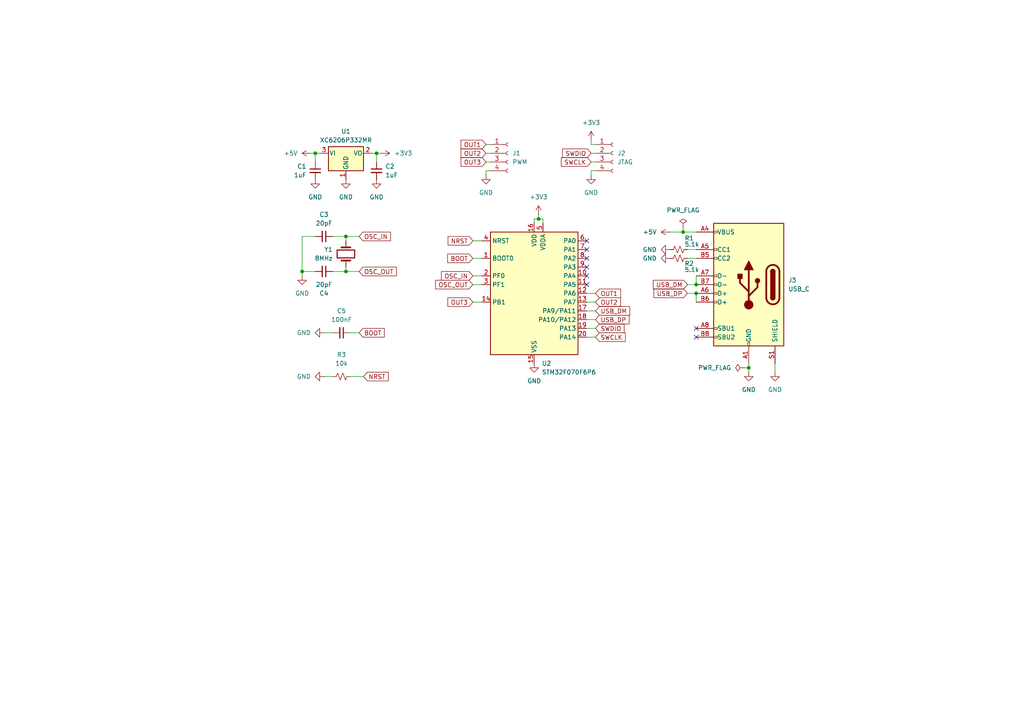
<source format=kicad_sch>
(kicad_sch (version 20231120) (generator "eeschema") (generator_version "8.0")
  (paper "A4")
  (lib_symbols
    (symbol "Connector:Conn_01x04_Socket" (pin_names (offset 1.016) hide)
      (property "Reference" "J" (at 0 5.08 0))
      (property "Value" "Conn_01x04_Socket" (at 0 -7.62 0))
      (symbol "Conn_01x04_Socket_1_1"
        (arc (start 0 -4.572) (mid -0.5058 -5.08) (end 0 -5.588) (stroke (width 0.1524)))
        (arc (start 0 -2.032) (mid -0.5058 -2.54) (end 0 -3.048) (stroke (width 0.1524)))
        (polyline (pts (xy -1.27 -5.08) (xy -0.508 -5.08)) (stroke (width 0.1524)))
        (polyline (pts (xy -1.27 -2.54) (xy -0.508 -2.54)) (stroke (width 0.1524)))
        (polyline (pts (xy -1.27 0) (xy -0.508 0)) (stroke (width 0.1524)))
        (polyline (pts (xy -1.27 2.54) (xy -0.508 2.54)) (stroke (width 0.1524)))
        (arc (start 0 0.508) (mid -0.5058 0) (end 0 -0.508) (stroke (width 0.1524)))
        (arc (start 0 3.048) (mid -0.5058 2.54) (end 0 2.032) (stroke (width 0.1524)))
        (pin passive line (at -5.08 2.54 0) (length 3.81) (name "Pin_1") (number "1"))
        (pin passive line (at -5.08 0 0) (length 3.81) (name "Pin_2") (number "2"))
        (pin passive line (at -5.08 -2.54 0) (length 3.81) (name "Pin_3") (number "3"))
        (pin passive line (at -5.08 -5.08 0) (length 3.81) (name "Pin_4") (number "4"))
      )
    )
    (symbol "Connector:USB_C_Receptacle_USB2.0_16P" (pin_names (offset 1.016))
      (property "Reference" "J" (at 0 22.225 0))
      (property "Value" "USB_C_Receptacle_USB2.0_16P" (at 0 19.685 0))
      (symbol "USB_C_Receptacle_USB2.0_16P_0_0"
        (rectangle (start -0.254 -17.78) (end 0.254 -16.764))
        (rectangle (start 10.16 -14.986) (end 9.144 -15.494))
        (rectangle (start 10.16 -12.446) (end 9.144 -12.954))
        (rectangle (start 10.16 -4.826) (end 9.144 -5.334))
        (rectangle (start 10.16 -2.286) (end 9.144 -2.794))
        (rectangle (start 10.16 0.254) (end 9.144 -0.254))
        (rectangle (start 10.16 2.794) (end 9.144 2.286))
        (rectangle (start 10.16 7.874) (end 9.144 7.366))
        (rectangle (start 10.16 10.414) (end 9.144 9.906))
        (rectangle (start 10.16 15.494) (end 9.144 14.986))
      )
      (symbol "USB_C_Receptacle_USB2.0_16P_0_1"
        (rectangle (start -10.16 17.78) (end 10.16 -17.78) (stroke (width 0.254)) (fill (type background)))
        (arc (start -8.89 -3.81) (mid -6.985 -5.7067) (end -5.08 -3.81) (stroke (width 0.508)))
        (arc (start -7.62 -3.81) (mid -6.985 -4.4423) (end -6.35 -3.81) (stroke (width 0.254)))
        (arc (start -7.62 -3.81) (mid -6.985 -4.4423) (end -6.35 -3.81) (stroke (width 0.254)) (fill (type outline)))
        (rectangle (start -7.62 -3.81) (end -6.35 3.81) (stroke (width 0.254)) (fill (type outline)))
        (arc (start -6.35 3.81) (mid -6.985 4.4423) (end -7.62 3.81) (stroke (width 0.254)))
        (arc (start -6.35 3.81) (mid -6.985 4.4423) (end -7.62 3.81) (stroke (width 0.254)) (fill (type outline)))
        (arc (start -5.08 3.81) (mid -6.985 5.7067) (end -8.89 3.81) (stroke (width 0.508)))
        (circle (center -2.54 1.143) (radius 0.635) (stroke (width 0.254)) (fill (type outline)))
        (circle (center 0 -5.842) (radius 1.27) (fill (type outline)))
        (polyline (pts (xy -8.89 -3.81) (xy -8.89 3.81)) (stroke (width 0.508)))
        (polyline (pts (xy -5.08 3.81) (xy -5.08 -3.81)) (stroke (width 0.508)))
        (polyline (pts (xy 0 -5.842) (xy 0 4.318)) (stroke (width 0.508)))
        (polyline (pts (xy 0 -3.302) (xy -2.54 -0.762) (xy -2.54 0.508)) (stroke (width 0.508)))
        (polyline (pts (xy 0 -2.032) (xy 2.54 0.508) (xy 2.54 1.778)) (stroke (width 0.508)))
        (polyline (pts (xy -1.27 4.318) (xy 0 6.858) (xy 1.27 4.318) (xy -1.27 4.318)) (stroke (width 0.254)) (fill (type outline)))
        (rectangle (start 1.905 1.778) (end 3.175 3.048) (stroke (width 0.254)) (fill (type outline)))
      )
      (symbol "USB_C_Receptacle_USB2.0_16P_1_1"
        (pin passive line (at 0 -22.86 90) (length 5.08) (name "GND") (number "A1"))
        (pin passive line (at 0 -22.86 90) (length 5.08) hide (name "GND") (number "A12"))
        (pin passive line (at 15.24 15.24 180) (length 5.08) (name "VBUS") (number "A4"))
        (pin bidirectional line (at 15.24 10.16 180) (length 5.08) (name "CC1") (number "A5"))
        (pin bidirectional line (at 15.24 -2.54 180) (length 5.08) (name "D+") (number "A6"))
        (pin bidirectional line (at 15.24 2.54 180) (length 5.08) (name "D-") (number "A7"))
        (pin bidirectional line (at 15.24 -12.7 180) (length 5.08) (name "SBU1") (number "A8"))
        (pin passive line (at 15.24 15.24 180) (length 5.08) hide (name "VBUS") (number "A9"))
        (pin passive line (at 0 -22.86 90) (length 5.08) hide (name "GND") (number "B1"))
        (pin passive line (at 0 -22.86 90) (length 5.08) hide (name "GND") (number "B12"))
        (pin passive line (at 15.24 15.24 180) (length 5.08) hide (name "VBUS") (number "B4"))
        (pin bidirectional line (at 15.24 7.62 180) (length 5.08) (name "CC2") (number "B5"))
        (pin bidirectional line (at 15.24 -5.08 180) (length 5.08) (name "D+") (number "B6"))
        (pin bidirectional line (at 15.24 0 180) (length 5.08) (name "D-") (number "B7"))
        (pin bidirectional line (at 15.24 -15.24 180) (length 5.08) (name "SBU2") (number "B8"))
        (pin passive line (at 15.24 15.24 180) (length 5.08) hide (name "VBUS") (number "B9"))
        (pin passive line (at -7.62 -22.86 90) (length 5.08) (name "SHIELD") (number "S1"))
      )
    )
    (symbol "Device:C_Small" (pin_numbers hide) (pin_names (offset 0.254) hide)
      (property "Reference" "C" (at 0.254 1.778 0))
      (property "Value" "C_Small" (at 0.254 -2.032 0))
      (symbol "C_Small_0_1"
        (polyline (pts (xy -1.524 -0.508) (xy 1.524 -0.508)) (stroke (width 0.3302)))
        (polyline (pts (xy -1.524 0.508) (xy 1.524 0.508)) (stroke (width 0.3048)))
      )
      (symbol "C_Small_1_1"
        (pin passive line (at 0 2.54 270) (length 2.032) (name "~") (number "1"))
        (pin passive line (at 0 -2.54 90) (length 2.032) (name "~") (number "2"))
      )
    )
    (symbol "Device:Crystal" (pin_numbers hide) (pin_names (offset 1.016) hide)
      (property "Reference" "Y" (at 0 3.81 0))
      (property "Value" "Crystal" (at 0 -3.81 0))
      (symbol "Crystal_0_1"
        (rectangle (start -1.143 2.54) (end 1.143 -2.54) (stroke (width 0.3048)))
        (polyline (pts (xy -2.54 0) (xy -1.905 0)))
        (polyline (pts (xy -1.905 -1.27) (xy -1.905 1.27)) (stroke (width 0.508)))
        (polyline (pts (xy 1.905 -1.27) (xy 1.905 1.27)) (stroke (width 0.508)))
        (polyline (pts (xy 2.54 0) (xy 1.905 0)))
      )
      (symbol "Crystal_1_1"
        (pin passive line (at -3.81 0 0) (length 1.27) (name "1") (number "1"))
        (pin passive line (at 3.81 0 180) (length 1.27) (name "2") (number "2"))
      )
    )
    (symbol "Device:R_Small_US" (pin_numbers hide) (pin_names (offset 0.254) hide)
      (property "Reference" "R" (at 0.762 0.508 0))
      (property "Value" "R_Small_US" (at 0.762 -1.016 0))
      (symbol "R_Small_US_1_1"
        (polyline (pts (xy 0 0) (xy 1.016 -0.381) (xy 0 -0.762) (xy -1.016 -1.143) (xy 0 -1.524)))
        (polyline (pts (xy 0 1.524) (xy 1.016 1.143) (xy 0 0.762) (xy -1.016 0.381) (xy 0 0)))
        (pin passive line (at 0 2.54 270) (length 1.016) (name "~") (number "1"))
        (pin passive line (at 0 -2.54 90) (length 1.016) (name "~") (number "2"))
      )
    )
    (symbol "MCU_ST_STM32F0:STM32F070F6Px"
      (property "Reference" "U" (at -12.7 19.05 0))
      (property "Value" "STM32F070F6Px" (at 5.08 19.05 0))
      (symbol "STM32F070F6Px_0_1"
        (rectangle (start -12.7 -17.78) (end 12.7 17.78) (stroke (width 0.254)) (fill (type background)))
      )
      (symbol "STM32F070F6Px_1_1"
        (pin input line (at -15.24 10.16 0) (length 2.54) (name "BOOT0") (number "1"))
        (pin bidirectional line (at 15.24 5.08 180) (length 2.54) (name "PA4") (number "10"))
        (pin bidirectional line (at 15.24 2.54 180) (length 2.54) (name "PA5") (number "11"))
        (pin bidirectional line (at 15.24 0 180) (length 2.54) (name "PA6") (number "12"))
        (pin bidirectional line (at 15.24 -2.54 180) (length 2.54) (name "PA7") (number "13"))
        (pin bidirectional line (at -15.24 -2.54 0) (length 2.54) (name "PB1") (number "14"))
        (pin power_in line (at 0 -20.32 90) (length 2.54) (name "VSS") (number "15"))
        (pin power_in line (at 0 20.32 270) (length 2.54) (name "VDD") (number "16"))
        (pin bidirectional line (at 15.24 -5.08 180) (length 2.54) (name "PA9/PA11") (number "17"))
        (pin bidirectional line (at 15.24 -7.62 180) (length 2.54) (name "PA10/PA12") (number "18"))
        (pin bidirectional line (at 15.24 -10.16 180) (length 2.54) (name "PA13") (number "19"))
        (pin bidirectional line (at -15.24 5.08 0) (length 2.54) (name "PF0") (number "2"))
        (pin bidirectional line (at 15.24 -12.7 180) (length 2.54) (name "PA14") (number "20"))
        (pin bidirectional line (at -15.24 2.54 0) (length 2.54) (name "PF1") (number "3"))
        (pin input line (at -15.24 15.24 0) (length 2.54) (name "NRST") (number "4"))
        (pin power_in line (at 2.54 20.32 270) (length 2.54) (name "VDDA") (number "5"))
        (pin bidirectional line (at 15.24 15.24 180) (length 2.54) (name "PA0") (number "6"))
        (pin bidirectional line (at 15.24 12.7 180) (length 2.54) (name "PA1") (number "7"))
        (pin bidirectional line (at 15.24 10.16 180) (length 2.54) (name "PA2") (number "8"))
        (pin bidirectional line (at 15.24 7.62 180) (length 2.54) (name "PA3") (number "9"))
      )
    )
    (symbol "Regulator_Linear:XC6206PxxxMR" (pin_names (offset 0.254))
      (property "Reference" "U" (at -3.81 3.175 0))
      (property "Value" "XC6206PxxxMR" (at 0 3.175 0))
      (symbol "XC6206PxxxMR_0_1"
        (rectangle (start -5.08 1.905) (end 5.08 -5.08) (stroke (width 0.254)) (fill (type background)))
      )
      (symbol "XC6206PxxxMR_1_1"
        (pin power_in line (at 0 -7.62 90) (length 2.54) (name "GND") (number "1"))
        (pin power_out line (at 7.62 0 180) (length 2.54) (name "VO") (number "2"))
        (pin power_in line (at -7.62 0 0) (length 2.54) (name "VI") (number "3"))
      )
    )
    (symbol "power:+3V3" (power) (pin_numbers hide) (pin_names (offset 0) hide)
      (property "Value" "+3V3" (at 0 3.556 0))
      (symbol "+3V3_0_1"
        (polyline (pts (xy -0.762 1.27) (xy 0 2.54)))
        (polyline (pts (xy 0 0) (xy 0 2.54)))
        (polyline (pts (xy 0 2.54) (xy 0.762 1.27)))
      )
      (symbol "+3V3_1_1"
        (pin power_in line (at 0 0 90) (length 0) (name "~") (number "1"))
      )
    )
    (symbol "power:+5V" (power) (pin_numbers hide) (pin_names (offset 0) hide)
      (property "Value" "+5V" (at 0 3.556 0))
      (symbol "+5V_0_1"
        (polyline (pts (xy -0.762 1.27) (xy 0 2.54)))
        (polyline (pts (xy 0 0) (xy 0 2.54)))
        (polyline (pts (xy 0 2.54) (xy 0.762 1.27)))
      )
      (symbol "+5V_1_1"
        (pin power_in line (at 0 0 90) (length 0) (name "~") (number "1"))
      )
    )
    (symbol "power:GND" (power) (pin_numbers hide) (pin_names (offset 0) hide)
      (property "Value" "GND" (at 0 -3.81 0))
      (symbol "GND_0_1"
        (polyline (pts (xy 0 0) (xy 0 -1.27) (xy 1.27 -1.27) (xy 0 -2.54) (xy -1.27 -1.27) (xy 0 -1.27)))
      )
      (symbol "GND_1_1"
        (pin power_in line (at 0 0 270) (length 0) (name "~") (number "1"))
      )
    )
    (symbol "power:PWR_FLAG" (power) (pin_numbers hide) (pin_names (offset 0) hide)
      (property "Value" "PWR_FLAG" (at 0 3.81 0))
      (symbol "PWR_FLAG_0_0"
        (pin power_out line (at 0 0 90) (length 0) (name "~") (number "1"))
      )
      (symbol "PWR_FLAG_0_1"
        (polyline (pts (xy 0 0) (xy 0 1.27) (xy -1.016 1.905) (xy 0 2.54) (xy 1.016 1.905) (xy 0 1.27)))
      )
    )
  )
  (junction (at 201.93 82.55))
  (junction (at 91.44 44.45))
  (junction (at 201.93 85.09))
  (junction (at 217.17 106.68))
  (junction (at 100.33 78.74))
  (junction (at 100.33 68.58))
  (junction (at 109.22 44.45))
  (junction (at 156.21 63.5))
  (junction (at 198.12 67.31))
  (junction (at 87.63 78.74))
  (no_connect (at 170.18 69.85))
  (no_connect (at 170.18 72.39))
  (no_connect (at 170.18 80.01))
  (no_connect (at 170.18 74.93))
  (no_connect (at 201.93 97.79))
  (no_connect (at 170.18 82.55))
  (no_connect (at 170.18 77.47))
  (no_connect (at 201.93 95.25))
  (wire (pts (xy 198.12 66.04) (xy 198.12 67.31)))
  (wire (pts (xy 156.21 62.23) (xy 156.21 63.5)))
  (wire (pts (xy 199.39 82.55) (xy 201.93 82.55)))
  (wire (pts (xy 171.45 41.91) (xy 172.72 41.91)))
  (wire (pts (xy 154.94 63.5) (xy 154.94 64.77)))
  (wire (pts (xy 140.97 41.91) (xy 142.24 41.91)))
  (wire (pts (xy 137.16 74.93) (xy 139.7 74.93)))
  (wire (pts (xy 156.21 63.5) (xy 157.48 63.5)))
  (wire (pts (xy 157.48 63.5) (xy 157.48 64.77)))
  (wire (pts (xy 104.14 96.52) (xy 101.6 96.52)))
  (wire (pts (xy 217.17 106.68) (xy 217.17 105.41)))
  (wire (pts (xy 137.16 87.63) (xy 139.7 87.63)))
  (wire (pts (xy 140.97 49.53) (xy 142.24 49.53)))
  (wire (pts (xy 201.93 80.01) (xy 201.93 82.55)))
  (wire (pts (xy 91.44 44.45) (xy 91.44 46.99)))
  (wire (pts (xy 100.33 78.74) (xy 104.14 78.74)))
  (wire (pts (xy 140.97 50.8) (xy 140.97 49.53)))
  (wire (pts (xy 96.52 68.58) (xy 100.33 68.58)))
  (wire (pts (xy 100.33 77.47) (xy 100.33 78.74)))
  (wire (pts (xy 172.72 97.79) (xy 170.18 97.79)))
  (wire (pts (xy 140.97 44.45) (xy 142.24 44.45)))
  (wire (pts (xy 107.95 44.45) (xy 109.22 44.45)))
  (wire (pts (xy 224.79 107.95) (xy 224.79 105.41)))
  (wire (pts (xy 87.63 78.74) (xy 91.44 78.74)))
  (wire (pts (xy 87.63 68.58) (xy 87.63 78.74)))
  (wire (pts (xy 137.16 69.85) (xy 139.7 69.85)))
  (wire (pts (xy 100.33 68.58) (xy 100.33 69.85)))
  (wire (pts (xy 171.45 46.99) (xy 172.72 46.99)))
  (wire (pts (xy 194.31 67.31) (xy 198.12 67.31)))
  (wire (pts (xy 109.22 44.45) (xy 109.22 46.99)))
  (wire (pts (xy 140.97 46.99) (xy 142.24 46.99)))
  (wire (pts (xy 217.17 107.95) (xy 217.17 106.68)))
  (wire (pts (xy 91.44 68.58) (xy 87.63 68.58)))
  (wire (pts (xy 137.16 82.55) (xy 139.7 82.55)))
  (wire (pts (xy 93.98 109.22) (xy 96.52 109.22)))
  (wire (pts (xy 137.16 80.01) (xy 139.7 80.01)))
  (wire (pts (xy 199.39 85.09) (xy 201.93 85.09)))
  (wire (pts (xy 109.22 44.45) (xy 110.49 44.45)))
  (wire (pts (xy 171.45 44.45) (xy 172.72 44.45)))
  (wire (pts (xy 171.45 49.53) (xy 172.72 49.53)))
  (wire (pts (xy 96.52 78.74) (xy 100.33 78.74)))
  (wire (pts (xy 101.6 109.22) (xy 105.41 109.22)))
  (wire (pts (xy 87.63 80.01) (xy 87.63 78.74)))
  (wire (pts (xy 172.72 90.17) (xy 170.18 90.17)))
  (wire (pts (xy 91.44 44.45) (xy 92.71 44.45)))
  (wire (pts (xy 201.93 85.09) (xy 201.93 87.63)))
  (wire (pts (xy 170.18 87.63) (xy 172.72 87.63)))
  (wire (pts (xy 199.39 72.39) (xy 201.93 72.39)))
  (wire (pts (xy 172.72 95.25) (xy 170.18 95.25)))
  (wire (pts (xy 215.9 106.68) (xy 217.17 106.68)))
  (wire (pts (xy 172.72 92.71) (xy 170.18 92.71)))
  (wire (pts (xy 171.45 50.8) (xy 171.45 49.53)))
  (wire (pts (xy 100.33 68.58) (xy 104.14 68.58)))
  (wire (pts (xy 198.12 67.31) (xy 201.93 67.31)))
  (wire (pts (xy 199.39 74.93) (xy 201.93 74.93)))
  (wire (pts (xy 154.94 63.5) (xy 156.21 63.5)))
  (wire (pts (xy 172.72 85.09) (xy 170.18 85.09)))
  (wire (pts (xy 93.98 96.52) (xy 96.52 96.52)))
  (wire (pts (xy 90.17 44.45) (xy 91.44 44.45)))
  (wire (pts (xy 171.45 40.64) (xy 171.45 41.91)))
  (global_label "OSC_IN" (shape input) (at 137.16 80.01 180) (property "Intersheetrefs" "${INTERSHEET_REFS}" (effects (hide yes))))
  (global_label "OUT1" (shape input) (at 172.72 85.09 0) (property "Intersheetrefs" "${INTERSHEET_REFS}" (effects (hide yes))))
  (global_label "NRST" (shape input) (at 105.41 109.22 0) (property "Intersheetrefs" "${INTERSHEET_REFS}" (effects (hide yes))))
  (global_label "USB_DP" (shape input) (at 199.39 85.09 180) (property "Intersheetrefs" "${INTERSHEET_REFS}" (effects (hide yes))))
  (global_label "OUT1" (shape input) (at 140.97 41.91 180) (property "Intersheetrefs" "${INTERSHEET_REFS}" (effects (hide yes))))
  (global_label "USB_DM" (shape input) (at 199.39 82.55 180) (property "Intersheetrefs" "${INTERSHEET_REFS}" (effects (hide yes))))
  (global_label "BOOT" (shape input) (at 137.16 74.93 180) (property "Intersheetrefs" "${INTERSHEET_REFS}" (effects (hide yes))))
  (global_label "SWDIO" (shape input) (at 172.72 95.25 0) (property "Intersheetrefs" "${INTERSHEET_REFS}" (effects (hide yes))))
  (global_label "BOOT" (shape input) (at 104.14 96.52 0) (property "Intersheetrefs" "${INTERSHEET_REFS}" (effects (hide yes))))
  (global_label "OUT2" (shape input) (at 172.72 87.63 0) (property "Intersheetrefs" "${INTERSHEET_REFS}" (effects (hide yes))))
  (global_label "SWDIO" (shape input) (at 171.45 44.45 180) (property "Intersheetrefs" "${INTERSHEET_REFS}" (effects (hide yes))))
  (global_label "USB_DM" (shape input) (at 172.72 90.17 0) (property "Intersheetrefs" "${INTERSHEET_REFS}" (effects (hide yes))))
  (global_label "OSC_OUT" (shape input) (at 104.14 78.74 0) (property "Intersheetrefs" "${INTERSHEET_REFS}" (effects (hide yes))))
  (global_label "SWCLK" (shape input) (at 172.72 97.79 0) (property "Intersheetrefs" "${INTERSHEET_REFS}" (effects (hide yes))))
  (global_label "NRST" (shape input) (at 137.16 69.85 180) (property "Intersheetrefs" "${INTERSHEET_REFS}" (effects (hide yes))))
  (global_label "OUT3" (shape input) (at 140.97 46.99 180) (property "Intersheetrefs" "${INTERSHEET_REFS}" (effects (hide yes))))
  (global_label "OSC_OUT" (shape input) (at 137.16 82.55 180) (property "Intersheetrefs" "${INTERSHEET_REFS}" (effects (hide yes))))
  (global_label "SWCLK" (shape input) (at 171.45 46.99 180) (property "Intersheetrefs" "${INTERSHEET_REFS}" (effects (hide yes))))
  (global_label "USB_DP" (shape input) (at 172.72 92.71 0) (property "Intersheetrefs" "${INTERSHEET_REFS}" (effects (hide yes))))
  (global_label "OSC_IN" (shape input) (at 104.14 68.58 0) (property "Intersheetrefs" "${INTERSHEET_REFS}" (effects (hide yes))))
  (global_label "OUT3" (shape input) (at 137.16 87.63 180) (property "Intersheetrefs" "${INTERSHEET_REFS}" (effects (hide yes))))
  (global_label "OUT2" (shape input) (at 140.97 44.45 180) (property "Intersheetrefs" "${INTERSHEET_REFS}" (effects (hide yes))))
  (symbol (lib_id "power:GND") (at 93.98 109.22 270) (unit 1)
    (property "Reference" "#PWR018" (effects (hide yes)))
    (property "Value" "GND" (at 90.17 109.2199 90) (effects (justify right)))
    (property "Description" "Power symbol creates a global label with name \"GND\" , ground" (effects (hide yes)))
  )
  (symbol (lib_id "power:+3V3") (at 171.45 40.64 0) (unit 1)
    (property "Reference" "#PWR01" (effects (hide yes)))
    (property "Value" "+3V3" (at 171.45 35.56 0))
    (property "Description" "Power symbol creates a global label with name \"+3V3\"" (effects (hide yes)))
  )
  (symbol (lib_id "Connector:Conn_01x04_Socket") (at 177.8 44.45 0) (unit 1)
    (property "Reference" "J2" (at 179.07 44.4499 0) (effects (justify left)))
    (property "Value" "JTAG" (at 179.07 46.9899 0) (effects (justify left)))
    (property "Footprint" "Connector_PinHeader_2.54mm:PinHeader_1x04_P2.54mm_Vertical" (effects (hide yes)))
    (property "Description" "Generic connector, single row, 01x04, script generated" (effects (hide yes)))
  )
  (symbol (lib_id "Device:C_Small") (at 91.44 49.53 0) (unit 1)
    (property "Reference" "C1" (at 88.9 48.2662 0) (effects (justify right)))
    (property "Value" "1uF" (at 88.9 50.8062 0) (effects (justify right)))
    (property "Footprint" "Capacitor_SMD:C_0603_1608Metric" (effects (hide yes)))
    (property "Description" "Unpolarized capacitor, small symbol" (effects (hide yes)))
  )
  (symbol (lib_id "power:GND") (at 171.45 50.8 0) (unit 1)
    (property "Reference" "#PWR05" (effects (hide yes)))
    (property "Value" "GND" (at 171.45 55.88 0))
    (property "Description" "Power symbol creates a global label with name \"GND\" , ground" (effects (hide yes)))
  )
  (symbol (lib_id "power:GND") (at 140.97 50.8 0) (unit 1)
    (property "Reference" "#PWR04" (effects (hide yes)))
    (property "Value" "GND" (at 140.97 55.88 0))
    (property "Description" "Power symbol creates a global label with name \"GND\" , ground" (effects (hide yes)))
  )
  (symbol (lib_id "power:GND") (at 194.31 72.39 270) (unit 1)
    (property "Reference" "#PWR011" (effects (hide yes)))
    (property "Value" "GND" (at 190.5 72.3899 90) (effects (justify right)))
    (property "Description" "Power symbol creates a global label with name \"GND\" , ground" (effects (hide yes)))
  )
  (symbol (lib_id "power:+3V3") (at 110.49 44.45 270) (unit 1)
    (property "Reference" "#PWR03" (effects (hide yes)))
    (property "Value" "+3V3" (at 114.3 44.4499 90) (effects (justify left)))
    (property "Description" "Power symbol creates a global label with name \"+3V3\"" (effects (hide yes)))
  )
  (symbol (lib_id "MCU_ST_STM32F0:STM32F070F6Px") (at 154.94 85.09 0) (unit 1)
    (property "Reference" "U2" (at 157.1341 105.41 0) (effects (justify left)))
    (property "Value" "STM32F070F6P6" (at 157.1341 107.95 0) (effects (justify left)))
    (property "Footprint" "Package_SO:TSSOP-20_4.4x6.5mm_P0.65mm" (effects (hide yes)))
    (property "Datasheet" "https://www.st.com/resource/en/datasheet/stm32f070f6.pdf" (effects (hide yes)))
    (property "Description" "STMicroelectronics Arm Cortex-M0 MCU, 32KB flash, 6KB RAM, 48 MHz, 2.4-3.6V, 15 GPIO, TSSOP20" (effects (hide yes)))
  )
  (symbol (lib_id "Connector:USB_C_Receptacle_USB2.0_16P") (at 217.17 82.55 0) (mirror y) (unit 1)
    (property "Reference" "J3" (at 228.6 81.2799 0) (effects (justify right)))
    (property "Value" "USB_C" (at 228.6 83.8199 0) (effects (justify right)))
    (property "Footprint" "Connector_USB:USB_C_Receptacle_GCT_USB4105-xx-A_16P_TopMnt_Horizontal" (effects (hide yes)))
    (property "Datasheet" "https://www.usb.org/sites/default/files/documents/usb_type-c.zip" (effects (hide yes)))
    (property "Description" "USB 2.0-only 16P Type-C Receptacle connector" (effects (hide yes)))
  )
  (symbol (lib_id "Device:Crystal") (at 100.33 73.66 90) (unit 1)
    (property "Reference" "Y1" (at 96.52 72.3899 90) (effects (justify left)))
    (property "Value" "8MHz" (at 96.52 74.9299 90) (effects (justify left)))
    (property "Footprint" "Crystal:Crystal_SMD_HC49-SD" (effects (hide yes)))
    (property "Description" "Two pin crystal" (effects (hide yes)))
  )
  (symbol (lib_id "power:GND") (at 87.63 80.01 0) (unit 1)
    (property "Reference" "#PWR013" (effects (hide yes)))
    (property "Value" "GND" (at 87.63 85.09 0))
    (property "Description" "Power symbol creates a global label with name \"GND\" , ground" (effects (hide yes)))
  )
  (symbol (lib_id "power:PWR_FLAG") (at 215.9 106.68 90) (unit 1)
    (property "Reference" "#FLG02" (effects (hide yes)))
    (property "Value" "PWR_FLAG" (at 212.09 106.6799 90) (effects (justify left)))
    (property "Description" "Special symbol for telling ERC where power comes from" (effects (hide yes)))
  )
  (symbol (lib_id "Device:R_Small_US") (at 196.85 72.39 90) (unit 1)
    (property "Reference" "R1" (at 199.898 69.088 90))
    (property "Value" "5.1k" (at 200.66 70.866 90))
    (property "Footprint" "Resistor_SMD:R_0603_1608Metric" (effects (hide yes)))
    (property "Description" "Resistor, small US symbol" (effects (hide yes)))
  )
  (symbol (lib_id "power:GND") (at 224.79 107.95 0) (unit 1)
    (property "Reference" "#PWR017" (effects (hide yes)))
    (property "Value" "GND" (at 224.79 113.03 0))
    (property "Description" "Power symbol creates a global label with name \"GND\" , ground" (effects (hide yes)))
  )
  (symbol (lib_id "Connector:Conn_01x04_Socket") (at 147.32 44.45 0) (unit 1)
    (property "Reference" "J1" (at 148.59 44.4499 0) (effects (justify left)))
    (property "Value" "PWM" (at 148.59 46.9899 0) (effects (justify left)))
    (property "Footprint" "Connector_PinHeader_2.54mm:PinHeader_1x04_P2.54mm_Vertical" (effects (hide yes)))
    (property "Description" "Generic connector, single row, 01x04, script generated" (effects (hide yes)))
  )
  (symbol (lib_id "Device:C_Small") (at 109.22 49.53 0) (mirror y) (unit 1)
    (property "Reference" "C2" (at 111.76 48.2662 0) (effects (justify right)))
    (property "Value" "1uF" (at 111.76 50.8062 0) (effects (justify right)))
    (property "Footprint" "Capacitor_SMD:C_0603_1608Metric" (effects (hide yes)))
    (property "Description" "Unpolarized capacitor, small symbol" (effects (hide yes)))
  )
  (symbol (lib_id "power:GND") (at 93.98 96.52 270) (unit 1)
    (property "Reference" "#PWR014" (effects (hide yes)))
    (property "Value" "GND" (at 90.17 96.5199 90) (effects (justify right)))
    (property "Description" "Power symbol creates a global label with name \"GND\" , ground" (effects (hide yes)))
  )
  (symbol (lib_id "Device:C_Small") (at 93.98 68.58 270) (mirror x) (unit 1)
    (property "Reference" "C3" (at 93.9736 62.23 90))
    (property "Value" "20pF" (at 93.9736 64.77 90))
    (property "Footprint" "Capacitor_SMD:C_0603_1608Metric" (effects (hide yes)))
    (property "Description" "Unpolarized capacitor, small symbol" (effects (hide yes)))
  )
  (symbol (lib_id "power:PWR_FLAG") (at 198.12 66.04 0) (unit 1)
    (property "Reference" "#FLG01" (effects (hide yes)))
    (property "Value" "PWR_FLAG" (at 198.12 60.96 0))
    (property "Description" "Special symbol for telling ERC where power comes from" (effects (hide yes)))
  )
  (symbol (lib_id "power:GND") (at 100.33 52.07 0) (unit 1)
    (property "Reference" "#PWR07" (effects (hide yes)))
    (property "Value" "GND" (at 100.33 57.15 0))
    (property "Description" "Power symbol creates a global label with name \"GND\" , ground" (effects (hide yes)))
  )
  (symbol (lib_id "power:GND") (at 109.22 52.07 0) (unit 1)
    (property "Reference" "#PWR08" (effects (hide yes)))
    (property "Value" "GND" (at 109.22 57.15 0))
    (property "Description" "Power symbol creates a global label with name \"GND\" , ground" (effects (hide yes)))
  )
  (symbol (lib_id "power:GND") (at 194.31 74.93 270) (unit 1)
    (property "Reference" "#PWR012" (effects (hide yes)))
    (property "Value" "GND" (at 190.5 74.9299 90) (effects (justify right)))
    (property "Description" "Power symbol creates a global label with name \"GND\" , ground" (effects (hide yes)))
  )
  (symbol (lib_id "power:+3V3") (at 156.21 62.23 0) (unit 1)
    (property "Reference" "#PWR09" (effects (hide yes)))
    (property "Value" "+3V3" (at 156.21 57.15 0))
    (property "Description" "Power symbol creates a global label with name \"+3V3\"" (effects (hide yes)))
  )
  (symbol (lib_id "Regulator_Linear:XC6206PxxxMR") (at 100.33 44.45 0) (unit 1)
    (property "Reference" "U1" (at 100.33 38.1 0))
    (property "Value" "XC6206P332MR" (at 100.33 40.64 0))
    (property "Footprint" "Package_TO_SOT_SMD:SOT-23-3" (effects (hide yes)))
    (property "Datasheet" "https://www.torexsemi.com/file/xc6206/XC6206.pdf" (effects (hide yes)))
    (property "Description" "Positive 60-250mA Low Dropout Regulator, Fixed Output, SOT-23" (effects (hide yes)))
  )
  (symbol (lib_id "Device:C_Small") (at 99.06 96.52 270) (mirror x) (unit 1)
    (property "Reference" "C5" (at 99.0536 90.17 90))
    (property "Value" "100nF" (at 99.0536 92.71 90))
    (property "Footprint" "Capacitor_SMD:C_0603_1608Metric" (effects (hide yes)))
    (property "Description" "Unpolarized capacitor, small symbol" (effects (hide yes)))
  )
  (symbol (lib_id "power:GND") (at 154.94 105.41 0) (unit 1)
    (property "Reference" "#PWR015" (effects (hide yes)))
    (property "Value" "GND" (at 154.94 110.49 0))
    (property "Description" "Power symbol creates a global label with name \"GND\" , ground" (effects (hide yes)))
  )
  (symbol (lib_id "power:GND") (at 217.17 107.95 0) (unit 1)
    (property "Reference" "#PWR016" (effects (hide yes)))
    (property "Value" "GND" (at 217.17 113.03 0))
    (property "Description" "Power symbol creates a global label with name \"GND\" , ground" (effects (hide yes)))
  )
  (symbol (lib_id "Device:R_Small_US") (at 99.06 109.22 90) (unit 1)
    (property "Reference" "R3" (at 99.06 102.87 90))
    (property "Value" "10k" (at 99.06 105.41 90))
    (property "Footprint" "Resistor_SMD:R_0603_1608Metric" (effects (hide yes)))
    (property "Description" "Resistor, small US symbol" (effects (hide yes)))
  )
  (symbol (lib_id "power:+5V") (at 194.31 67.31 90) (unit 1)
    (property "Reference" "#PWR010" (effects (hide yes)))
    (property "Value" "+5V" (at 190.5 67.3099 90) (effects (justify left)))
    (property "Description" "Power symbol creates a global label with name \"+5V\"" (effects (hide yes)))
  )
  (symbol (lib_id "Device:R_Small_US") (at 196.85 74.93 90) (unit 1)
    (property "Reference" "R2" (at 199.898 76.454 90))
    (property "Value" "5.1k" (at 200.66 78.232 90))
    (property "Footprint" "Resistor_SMD:R_0603_1608Metric" (effects (hide yes)))
    (property "Description" "Resistor, small US symbol" (effects (hide yes)))
  )
  (symbol (lib_id "Device:C_Small") (at 93.98 78.74 270) (unit 1)
    (property "Reference" "C4" (at 93.9736 85.09 90))
    (property "Value" "20pF" (at 93.9736 82.55 90))
    (property "Footprint" "Capacitor_SMD:C_0603_1608Metric" (effects (hide yes)))
    (property "Description" "Unpolarized capacitor, small symbol" (effects (hide yes)))
  )
  (symbol (lib_id "power:+5V") (at 90.17 44.45 90) (unit 1)
    (property "Reference" "#PWR02" (effects (hide yes)))
    (property "Value" "+5V" (at 86.36 44.4499 90) (effects (justify left)))
    (property "Description" "Power symbol creates a global label with name \"+5V\"" (effects (hide yes)))
  )
  (symbol (lib_id "power:GND") (at 91.44 52.07 0) (unit 1)
    (property "Reference" "#PWR06" (effects (hide yes)))
    (property "Value" "GND" (at 91.44 57.15 0))
    (property "Description" "Power symbol creates a global label with name \"GND\" , ground" (effects (hide yes)))
  )
)
</source>
